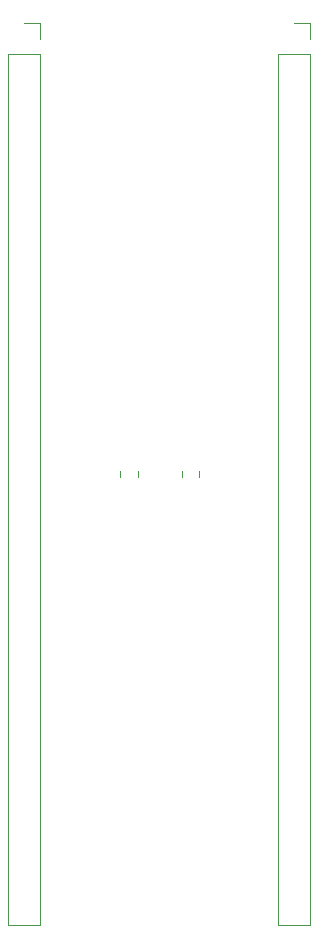
<source format=gbr>
%TF.GenerationSoftware,KiCad,Pcbnew,7.0.6-0*%
%TF.CreationDate,2023-07-17T22:06:51-07:00*%
%TF.ProjectId,84CP01,38344350-3031-42e6-9b69-6361645f7063,rev?*%
%TF.SameCoordinates,Original*%
%TF.FileFunction,Legend,Bot*%
%TF.FilePolarity,Positive*%
%FSLAX46Y46*%
G04 Gerber Fmt 4.6, Leading zero omitted, Abs format (unit mm)*
G04 Created by KiCad (PCBNEW 7.0.6-0) date 2023-07-17 22:06:51*
%MOMM*%
%LPD*%
G01*
G04 APERTURE LIST*
%ADD10C,0.120000*%
G04 APERTURE END LIST*
D10*
%TO.C,C2*%
X107415000Y-89379248D02*
X107415000Y-89901752D01*
X105945000Y-89379248D02*
X105945000Y-89901752D01*
%TO.C,C1*%
X112622000Y-89400748D02*
X112622000Y-89923252D01*
X111152000Y-89400748D02*
X111152000Y-89923252D01*
%TO.C,J3*%
X121980000Y-127822000D02*
X119320000Y-127822000D01*
X121980000Y-54102000D02*
X121980000Y-127822000D01*
X121980000Y-54102000D02*
X119320000Y-54102000D01*
X121980000Y-52832000D02*
X121980000Y-51502000D01*
X121980000Y-51502000D02*
X120650000Y-51502000D01*
X119320000Y-54102000D02*
X119320000Y-127822000D01*
%TO.C,J1*%
X99120000Y-127822000D02*
X96460000Y-127822000D01*
X99120000Y-54102000D02*
X99120000Y-127822000D01*
X99120000Y-54102000D02*
X96460000Y-54102000D01*
X99120000Y-52832000D02*
X99120000Y-51502000D01*
X99120000Y-51502000D02*
X97790000Y-51502000D01*
X96460000Y-54102000D02*
X96460000Y-127822000D01*
%TD*%
M02*

</source>
